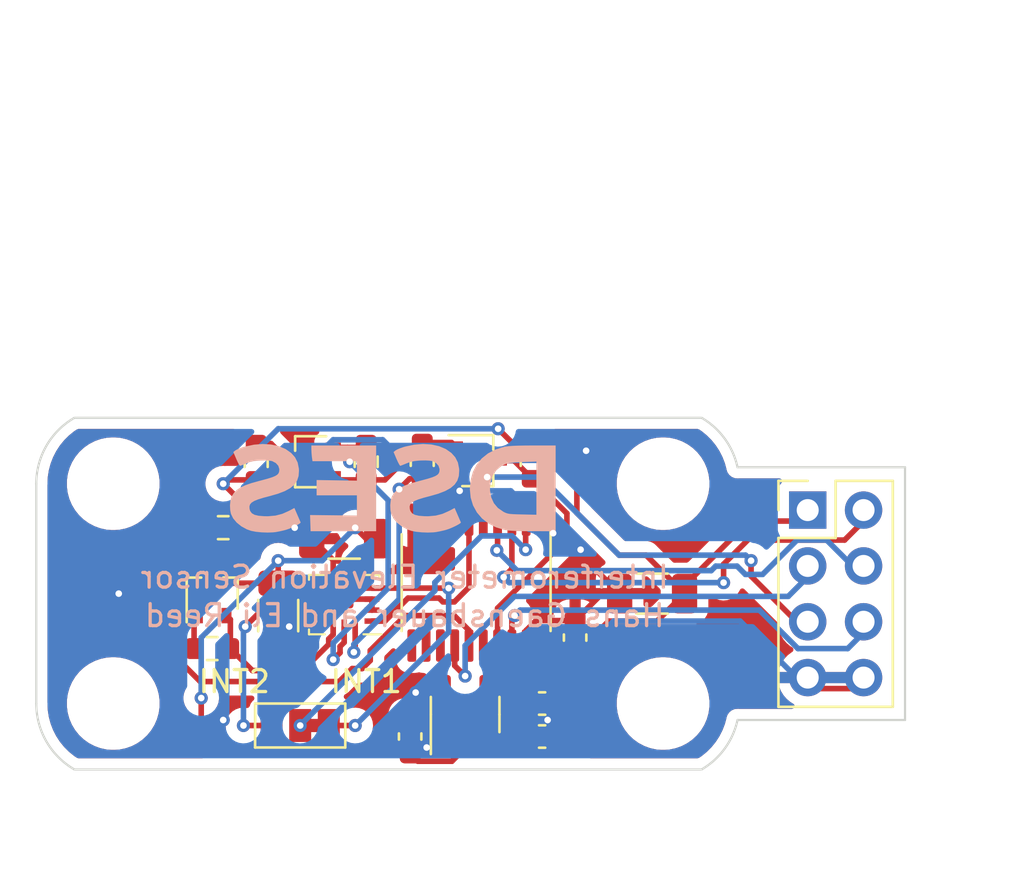
<source format=kicad_pcb>
(kicad_pcb (version 20211014) (generator pcbnew)
  (layers (0 "F.Cu" signal) (31 "B.Cu" signal) (34 "B.Paste" user) (35 "F.Paste" user) (36 "B.SilkS" user "B.Silkscreen") (37 "F.SilkS" user "F.Silkscreen") (38 "B.Mask" user) (39 "F.Mask" user) (44 "Edge.Cuts" user))
  (net 0 "")
  (net 1 "+3V3")
  (net 2 "GND")
  (net 3 "+5V")
  (net 4 "Net-(C6-Pad1)")
  (net 5 "/SDI_IN")
  (net 6 "/SDO_OUT")
  (net 7 "/CLK_IN")
  (net 8 "/~{CS}_IN")
  (net 9 "/INT_OUT")
  (net 10 "Net-(U1-Pad4)")
  (net 11 "/INT")
  (net 12 "Net-(U1-Pad9)")
  (net 13 "/SDI")
  (net 14 "/SDI_HV")
  (net 15 "/SCL")
  (net 16 "/SCL_HV")
  (net 17 "/~{CS}")
  (net 18 "/~{CS}_HV")
  (net 19 "/SDO")
  (net 25 "/CLK_HV")
  (footprint "Jumper:SolderJumper-3_P1.3mm_Bridged12_Pad1.0x1.5mm_NumberLabels" (layer "F.Cu") (at 117 122 180)
    (fp_text reference "JP1" hide)
    (fp_text value "Jumper_3_Bridged12")
    (fp_poly (pts (xy -0.9 -0.3) (xy -0.4 -0.3) (xy -0.4 0.3) (xy -0.9 0.3)) (layer "F.Cu") (width 0) (fill solid))
    (fp_line (start 2.05 -1) (end 2.05 1) (layer "F.SilkS") (width 0.12))
    (fp_line (start -2.05 -1) (end 2.05 -1) (layer "F.SilkS") (width 0.12))
    (fp_line (start 2.05 1) (end -2.05 1) (layer "F.SilkS") (width 0.12))
    (fp_line (start -2.05 1) (end -2.05 -1) (layer "F.SilkS") (width 0.12))
    (pad "1" smd rect locked (at -1.3 0 180) (size 1 1.5) (layers "F.Cu" "F.Mask") (net 10 "Net-(U1-Pad4)"))
    (pad "2" smd rect locked (at 0 0 180) (size 1 1.5) (layers "F.Cu" "F.Mask") (net 11 "/INT"))
    (pad "3" smd rect locked (at 1.3 0 180) (size 1 1.5) (layers "F.Cu" "F.Mask") (net 12 "Net-(U1-Pad9)"))
  )
  (footprint "Capacitor_SMD:C_1206_3216Metric" (layer "F.Cu") (at 119 113.5 180)
    (fp_text reference "C2" hide)
    (fp_text value "100n")
    (fp_line (start -0.711252 0.91) (end 0.711252 0.91) (layer "F.SilkS") (width 0.12))
    (fp_line (start -0.711252 -0.91) (end 0.711252 -0.91) (layer "F.SilkS") (width 0.12))
    (pad "1" smd roundrect locked (at -1.475 0 180) (size 1.15 1.8) (layers "F.Cu" "F.Paste" "F.Mask") (roundrect_rratio 0.2173913043) (net 1 "+3V3"))
    (pad "2" smd roundrect locked (at 1.475 0 180) (size 1.15 1.8) (layers "F.Cu" "F.Paste" "F.Mask") (roundrect_rratio 0.2173913043) (net 2 "GND"))
  )
  (footprint "Resistor_SMD:R_0603_1608Metric" (layer "F.Cu") (at 113 118.5)
    (fp_text reference "R5" hide)
    (fp_text value "10k")
    (fp_line (start -0.237258 -0.5225) (end 0.237258 -0.5225) (layer "F.SilkS") (width 0.12))
    (fp_line (start -0.237258 0.5225) (end 0.237258 0.5225) (layer "F.SilkS") (width 0.12))
    (pad "1" smd roundrect locked (at -0.825 0) (size 0.8 0.95) (layers "F.Cu" "F.Paste" "F.Mask") (net 1 "+3V3"))
    (pad "2" smd roundrect locked (at 0.825 0) (size 0.8 0.95) (layers "F.Cu" "F.Paste" "F.Mask") (net 17 "/~{CS}"))
  )
  (footprint "Resistor_SMD:R_0603_1608Metric" (layer "F.Cu") (at 120 110 90)
    (fp_text reference "R3" hide)
    (fp_text value "10k")
    (fp_line (start -0.237258 0.5225) (end 0.237258 0.5225) (layer "F.SilkS") (width 0.12))
    (fp_line (start -0.237258 -0.5225) (end 0.237258 -0.5225) (layer "F.SilkS") (width 0.12))
    (pad "1" smd roundrect locked (at -0.825 0 90) (size 0.8 0.95) (layers "F.Cu" "F.Paste" "F.Mask") (net 1 "+3V3"))
    (pad "2" smd roundrect locked (at 0.825 0 90) (size 0.8 0.95) (layers "F.Cu" "F.Paste" "F.Mask") (net 15 "/SCL"))
  )
  (footprint "Package_TO_SOT_SMD:SOT-323_SC-70" (layer "F.Cu") (at 125.05 109.95)
    (fp_text reference "Q1" hide)
    (fp_text value "BSS138")
    (fp_line (start 0.73 -1.16) (end 0.73 -0.5) (layer "F.SilkS") (width 0.12))
    (fp_line (start -0.68 1.16) (end 0.73 1.16) (layer "F.SilkS") (width 0.12))
    (fp_line (start 0.73 0.5) (end 0.73 1.16) (layer "F.SilkS") (width 0.12))
    (fp_line (start 0.73 -1.16) (end -1.3 -1.16) (layer "F.SilkS") (width 0.12))
    (pad "1" smd rect locked (at -1 -0.65 270) (size 0.45 0.7) (layers "F.Cu" "F.Paste" "F.Mask") (net 1 "+3V3"))
    (pad "2" smd rect locked (at -1 0.65 270) (size 0.45 0.7) (layers "F.Cu" "F.Paste" "F.Mask") (net 13 "/SDI"))
    (pad "3" smd rect locked (at 1 0 270) (size 0.45 0.7) (layers "F.Cu" "F.Paste" "F.Mask") (net 14 "/SDI_HV"))
  )
  (footprint "Resistor_SMD:R_0603_1608Metric" (layer "F.Cu") (at 115 110 90)
    (fp_text reference "R4" hide)
    (fp_text value "10k")
    (fp_line (start -0.237258 -0.5225) (end 0.237258 -0.5225) (layer "F.SilkS") (width 0.12))
    (fp_line (start -0.237258 0.5225) (end 0.237258 0.5225) (layer "F.SilkS") (width 0.12))
    (pad "1" smd roundrect locked (at -0.825 0 90) (size 0.8 0.95) (layers "F.Cu" "F.Paste" "F.Mask") (net 3 "+5V"))
    (pad "2" smd roundrect locked (at 0.825 0 90) (size 0.8 0.95) (layers "F.Cu" "F.Paste" "F.Mask") (net 16 "/SCL_HV"))
  )
  (footprint "Package_LGA:Bosch_LGA-14_3x2.5mm_P0.5mm" (layer "F.Cu") (at 119 116.5 180)
    (fp_text reference "U1" hide)
    (fp_text value "LSM6DSO32")
    (fp_line (start 0.88 -1.35) (end 1.6 -1.35) (layer "F.SilkS") (width 0.1))
    (fp_line (start 1.6 -1.35) (end 1.6 -1.13) (layer "F.SilkS") (width 0.1))
    (fp_line (start -1.6 1.35) (end -0.88 1.35) (layer "F.SilkS") (width 0.1))
    (fp_line (start 1.6 1.13) (end 1.6 1.35) (layer "F.SilkS") (width 0.1))
    (fp_line (start -1.6 1.35) (end -1.6 1.13) (layer "F.SilkS") (width 0.1))
    (fp_line (start 1.6 1.35) (end 0.88 1.35) (layer "F.SilkS") (width 0.1))
    (fp_line (start -1.7 -1.35) (end -0.88 -1.35) (layer "F.SilkS") (width 0.1))
    (pad "1" smd rect locked (at -1.2625 -0.75 180) (size 0.675 0.25) (layers "F.Cu" "F.Paste" "F.Mask") (net 19 "/SDO"))
    (pad "2" smd rect locked (at -1.2625 -0.25 180) (size 0.675 0.25) (layers "F.Cu" "F.Paste" "F.Mask") (net 2 "GND"))
    (pad "3" smd rect locked (at -1.2625 0.25 180) (size 0.675 0.25) (layers "F.Cu" "F.Paste" "F.Mask") (net 2 "GND"))
    (pad "4" smd rect locked (at -1.2625 0.75 180) (size 0.675 0.25) (layers "F.Cu" "F.Paste" "F.Mask") (net 10 "Net-(U1-Pad4)"))
    (pad "5" smd rect locked (at -0.5 1.0125 180) (size 0.25 0.675) (layers "F.Cu" "F.Paste" "F.Mask") (net 1 "+3V3"))
    (pad "6" smd rect locked (at 0 1.0125 180) (size 0.25 0.675) (layers "F.Cu" "F.Paste" "F.Mask") (net 2 "GND"))
    (pad "7" smd rect locked (at 0.5 1.0125 180) (size 0.25 0.675) (layers "F.Cu" "F.Paste" "F.Mask") (net 2 "GND"))
    (pad "8" smd rect locked (at 1.2625 0.75 180) (size 0.675 0.25) (layers "F.Cu" "F.Paste" "F.Mask") (net 1 "+3V3"))
    (pad "9" smd rect locked (at 1.2625 0.25 180) (size 0.675 0.25) (layers "F.Cu" "F.Paste" "F.Mask") (net 12 "Net-(U1-Pad9)"))
    (pad "10" smd rect locked (at 1.2625 -0.25 180) (size 0.675 0.25) (layers "F.Cu" "F.Paste" "F.Mask"))
    (pad "11" smd rect locked (at 1.2625 -0.75 180) (size 0.675 0.25) (layers "F.Cu" "F.Paste" "F.Mask"))
    (pad "12" smd rect locked (at 0.5 -1.0125 180) (size 0.25 0.675) (layers "F.Cu" "F.Paste" "F.Mask") (net 17 "/~{CS}"))
    (pad "13" smd rect locked (at 0 -1.0125 180) (size 0.25 0.675) (layers "F.Cu" "F.Paste" "F.Mask") (net 15 "/SCL"))
    (pad "14" smd rect locked (at -0.5 -1.0125 180) (size 0.25 0.675) (layers "F.Cu" "F.Paste" "F.Mask") (net 13 "/SDI"))
  )
  (footprint "Connector_PinHeader_2.54mm:PinHeader_2x04_P2.54mm_Vertical" (layer "F.Cu") (at 140.075 112.2)
    (fp_text reference "J1" hide)
    (fp_text value "Conn_02x04_Odd_Even")
    (fp_line (start 1.27 1.27) (end 1.27 -1.33) (layer "F.SilkS") (width 0.12))
    (fp_line (start -1.33 1.27) (end 1.27 1.27) (layer "F.SilkS") (width 0.12))
    (fp_line (start -1.33 8.95) (end 3.87 8.95) (layer "F.SilkS") (width 0.12))
    (fp_line (start 1.27 -1.33) (end 3.87 -1.33) (layer "F.SilkS") (width 0.12))
    (fp_line (start -1.33 1.27) (end -1.33 8.95) (layer "F.SilkS") (width 0.12))
    (fp_line (start 3.87 -1.33) (end 3.87 8.95) (layer "F.SilkS") (width 0.12))
    (fp_line (start -1.33 -1.33) (end 0 -1.33) (layer "F.SilkS") (width 0.12))
    (fp_line (start -1.33 0) (end -1.33 -1.33) (layer "F.SilkS") (width 0.12))
    (pad "1" thru_hole rect locked (at 0 0) (size 1.7 1.7) (drill 1) (layers *.Cu *.Mask) (net 3 "+5V"))
    (pad "2" thru_hole oval locked (at 2.54 0) (size 1.7 1.7) (drill 1) (layers *.Cu *.Mask) (net 5 "/SDI_IN"))
    (pad "3" thru_hole oval locked (at 0 2.54) (size 1.7 1.7) (drill 1) (layers *.Cu *.Mask) (net 6 "/SDO_OUT"))
    (pad "4" thru_hole oval locked (at 2.54 2.54) (size 1.7 1.7) (drill 1) (layers *.Cu *.Mask) (net 7 "/CLK_IN"))
    (pad "5" thru_hole oval locked (at 0 5.08) (size 1.7 1.7) (drill 1) (layers *.Cu *.Mask) (net 8 "/~{CS}_IN"))
    (pad "6" thru_hole oval locked (at 2.54 5.08) (size 1.7 1.7) (drill 1) (layers *.Cu *.Mask) (net 9 "/INT_OUT"))
    (pad "7" thru_hole oval locked (at 0 7.62) (size 1.7 1.7) (drill 1) (layers *.Cu *.Mask) (net 2 "GND"))
    (pad "8" thru_hole oval locked (at 2.54 7.62) (size 1.7 1.7) (drill 1) (layers *.Cu *.Mask) (net 2 "GND"))
  )
  (footprint "Package_SO:TSSOP-20_4.4x6.5mm_P0.65mm" (layer "F.Cu") (at 125 115.5 -90)
    (fp_text reference "U2" hide)
    (fp_text value "74HCT541")
    (fp_line (start 0 -3.385) (end 2.2 -3.385) (layer "F.SilkS") (width 0.12))
    (fp_line (start 0 -3.385) (end -3.6 -3.385) (layer "F.SilkS") (width 0.12))
    (fp_line (start 0 3.385) (end -2.2 3.385) (layer "F.SilkS") (width 0.12))
    (fp_line (start 0 3.385) (end 2.2 3.385) (layer "F.SilkS") (width 0.12))
    (pad "1" smd roundrect locked (at -2.8625 -2.925 270) (size 1.475 0.4) (layers "F.Cu" "F.Paste" "F.Mask") (net 2 "GND"))
    (pad "2" smd roundrect locked (at -2.8625 -2.275 270) (size 1.475 0.4) (layers "F.Cu" "F.Paste" "F.Mask") (net 11 "/INT"))
    (pad "3" smd roundrect locked (at -2.8625 -1.625 270) (size 1.475 0.4) (layers "F.Cu" "F.Paste" "F.Mask") (net 5 "/SDI_IN"))
    (pad "4" smd roundrect locked (at -2.8625 -0.975 270) (size 1.475 0.4) (layers "F.Cu" "F.Paste" "F.Mask") (net 7 "/CLK_IN"))
    (pad "5" smd roundrect locked (at -2.8625 -0.325 270) (size 1.475 0.4) (layers "F.Cu" "F.Paste" "F.Mask") (net 8 "/~{CS}_IN"))
    (pad "6" smd roundrect locked (at -2.8625 0.325 270) (size 1.475 0.4) (layers "F.Cu" "F.Paste" "F.Mask") (net 19 "/SDO"))
    (pad "7" smd roundrect locked (at -2.8625 0.975 270) (size 1.475 0.4) (layers "F.Cu" "F.Paste" "F.Mask") (net 2 "GND"))
    (pad "8" smd roundrect locked (at -2.8625 1.625 270) (size 1.475 0.4) (layers "F.Cu" "F.Paste" "F.Mask") (net 2 "GND"))
    (pad "9" smd roundrect locked (at -2.8625 2.275 270) (size 1.475 0.4) (layers "F.Cu" "F.Paste" "F.Mask") (net 2 "GND"))
    (pad "10" smd roundrect locked (at -2.8625 2.925 270) (size 1.475 0.4) (layers "F.Cu" "F.Paste" "F.Mask") (net 2 "GND"))
    (pad "11" smd roundrect locked (at 2.8625 2.925 270) (size 1.475 0.4) (layers "F.Cu" "F.Paste" "F.Mask"))
    (pad "12" smd roundrect locked (at 2.8625 2.275 270) (size 1.475 0.4) (layers "F.Cu" "F.Paste" "F.Mask"))
    (pad "13" smd roundrect locked (at 2.8625 1.625 270) (size 1.475 0.4) (layers "F.Cu" "F.Paste" "F.Mask"))
    (pad "14" smd roundrect locked (at 2.8625 0.975 270) (size 1.475 0.4) (layers "F.Cu" "F.Paste" "F.Mask") (net 6 "/SDO_OUT"))
    (pad "15" smd roundrect locked (at 2.8625 0.325 270) (size 1.475 0.4) (layers "F.Cu" "F.Paste" "F.Mask") (net 18 "/~{CS}_HV"))
    (pad "16" smd roundrect locked (at 2.8625 -0.325 270) (size 1.475 0.4) (layers "F.Cu" "F.Paste" "F.Mask") (net 25 "/CLK_HV"))
    (pad "17" smd roundrect locked (at 2.8625 -0.975 270) (size 1.475 0.4) (layers "F.Cu" "F.Paste" "F.Mask") (net 14 "/SDI_HV"))
    (pad "18" smd roundrect locked (at 2.8625 -1.625 270) (size 1.475 0.4) (layers "F.Cu" "F.Paste" "F.Mask") (net 9 "/INT_OUT"))
    (pad "19" smd roundrect locked (at 2.8625 -2.275 270) (size 1.475 0.4) (layers "F.Cu" "F.Paste" "F.Mask") (net 2 "GND"))
    (pad "20" smd roundrect locked (at 2.8625 -2.925 270) (size 1.475 0.4) (layers "F.Cu" "F.Paste" "F.Mask") (net 3 "+5V"))
  )
  (footprint "Capacitor_SMD:C_0603_1608Metric" (layer "F.Cu") (at 128 122.5)
    (fp_text reference "C5" hide)
    (fp_text value "1u")
    (fp_line (start -0.14058 -0.51) (end 0.14058 -0.51) (layer "F.SilkS") (width 0.12))
    (fp_line (start -0.14058 0.51) (end 0.14058 0.51) (layer "F.SilkS") (width 0.12))
    (pad "1" smd roundrect locked (at -0.775 0) (size 0.9 0.95) (layers "F.Cu" "F.Paste" "F.Mask") (net 3 "+5V"))
    (pad "2" smd roundrect locked (at 0.775 0) (size 0.9 0.95) (layers "F.Cu" "F.Paste" "F.Mask") (net 2 "GND"))
  )
  (footprint "Package_TO_SOT_SMD:SOT-323_SC-70" (layer "F.Cu") (at 113 116 90)
    (fp_text reference "Q3" hide)
    (fp_text value "BSS138")
    (fp_line (start 0.73 0.5) (end 0.73 1.16) (layer "F.SilkS") (width 0.12))
    (fp_line (start 0.73 -1.16) (end -1.3 -1.16) (layer "F.SilkS") (width 0.12))
    (fp_line (start -0.68 1.16) (end 0.73 1.16) (layer "F.SilkS") (width 0.12))
    (fp_line (start 0.73 -1.16) (end 0.73 -0.5) (layer "F.SilkS") (width 0.12))
    (pad "1" smd rect locked (at -1 -0.65) (size 0.45 0.7) (layers "F.Cu" "F.Paste" "F.Mask") (net 1 "+3V3"))
    (pad "2" smd rect locked (at -1 0.65) (size 0.45 0.7) (layers "F.Cu" "F.Paste" "F.Mask") (net 17 "/~{CS}"))
    (pad "3" smd rect locked (at 1 0) (size 0.45 0.7) (layers "F.Cu" "F.Paste" "F.Mask") (net 18 "/~{CS}_HV"))
  )
  (footprint "MountingHole:MountingHole_3.2mm_M3" (layer "F.Cu") (at 133.5 121)
    (fp_text reference "H4" hide)
    (fp_text value "MountingHole")
    (pad "" np_thru_hole circle locked (at 0 0) (size 3.2 3.2) (drill 3.2) (layers *.Cu *.Mask))
  )
  (footprint "MountingHole:MountingHole_3.2mm_M3" (layer "F.Cu") (at 108.5 111)
    (fp_text reference "H2" hide)
    (fp_text value "MountingHole")
    (pad "" np_thru_hole circle locked (at 0 0) (size 3.2 3.2) (drill 3.2) (layers *.Cu *.Mask))
  )
  (footprint "Capacitor_SMD:C_1206_3216Metric" (layer "F.Cu") (at 133 116 180)
    (fp_text reference "C3" hide)
    (fp_text value "100n")
    (fp_line (start -0.711252 -0.91) (end 0.711252 -0.91) (layer "F.SilkS") (width 0.12))
    (fp_line (start -0.711252 0.91) (end 0.711252 0.91) (layer "F.SilkS") (width 0.12))
    (pad "1" smd roundrect locked (at -1.475 0 180) (size 1.15 1.8) (layers "F.Cu" "F.Paste" "F.Mask") (roundrect_rratio 0.2173913043) (net 3 "+5V"))
    (pad "2" smd roundrect locked (at 1.475 0 180) (size 1.15 1.8) (layers "F.Cu" "F.Paste" "F.Mask") (roundrect_rratio 0.2173913043) (net 2 "GND"))
  )
  (footprint "Capacitor_SMD:C_0603_1608Metric" (layer "F.Cu") (at 129.5 118 90)
    (fp_text reference "C4" hide)
    (fp_text value "1u")
    (fp_line (start -0.14058 -0.51) (end 0.14058 -0.51) (layer "F.SilkS") (width 0.12))
    (fp_line (start -0.14058 0.51) (end 0.14058 0.51) (layer "F.SilkS") (width 0.12))
    (pad "1" smd roundrect locked (at -0.775 0 90) (size 0.9 0.95) (layers "F.Cu" "F.Paste" "F.Mask") (net 3 "+5V"))
    (pad "2" smd roundrect locked (at 0.775 0 90) (size 0.9 0.95) (layers "F.Cu" "F.Paste" "F.Mask") (net 2 "GND"))
  )
  (footprint "MountingHole:MountingHole_3.2mm_M3" (layer "F.Cu") (at 133.5 111)
    (fp_text reference "H1" hide)
    (fp_text value "MountingHole")
    (pad "" np_thru_hole circle locked (at 0 0) (size 3.2 3.2) (drill 3.2) (layers *.Cu *.Mask))
  )
  (footprint "Resistor_SMD:R_0603_1608Metric" (layer "F.Cu") (at 113.5 113 180)
    (fp_text reference "R6" hide)
    (fp_text value "10k")
    (fp_line (start -0.237258 0.5225) (end 0.237258 0.5225) (layer "F.SilkS") (width 0.12))
    (fp_line (start -0.237258 -0.5225) (end 0.237258 -0.5225) (layer "F.SilkS") (width 0.12))
    (pad "1" smd roundrect locked (at -0.825 0 180) (size 0.8 0.95) (layers "F.Cu" "F.Paste" "F.Mask") (net 3 "+5V"))
    (pad "2" smd roundrect locked (at 0.825 0 180) (size 0.8 0.95) (layers "F.Cu" "F.Paste" "F.Mask") (net 18 "/~{CS}_HV"))
  )
  (footprint "Capacitor_SMD:C_0603_1608Metric" (layer "F.Cu") (at 122 122.5 -90)
    (fp_text reference "C7" hide)
    (fp_text value "1u")
    (fp_line (start -0.14058 -0.51) (end 0.14058 -0.51) (layer "F.SilkS") (width 0.12))
    (fp_line (start -0.14058 0.51) (end 0.14058 0.51) (layer "F.SilkS") (width 0.12))
    (pad "1" smd roundrect locked (at -0.775 0 270) (size 0.9 0.95) (layers "F.Cu" "F.Paste" "F.Mask") (net 1 "+3V3"))
    (pad "2" smd roundrect locked (at 0.775 0 270) (size 0.9 0.95) (layers "F.Cu" "F.Paste" "F.Mask") (net 2 "GND"))
  )
  (footprint "Resistor_SMD:R_0603_1608Metric" (layer "F.Cu") (at 127.55 109.95 -90)
    (fp_text reference "R2" hide)
    (fp_text value "10k")
    (fp_line (start -0.237258 0.5225) (end 0.237258 0.5225) (layer "F.SilkS") (width 0.12))
    (fp_line (start -0.237258 -0.5225) (end 0.237258 -0.5225) (layer "F.SilkS") (width 0.12))
    (pad "1" smd roundrect locked (at -0.825 0 270) (size 0.8 0.95) (layers "F.Cu" "F.Paste" "F.Mask") (net 3 "+5V"))
    (pad "2" smd roundrect locked (at 0.825 0 270) (size 0.8 0.95) (layers "F.Cu" "F.Paste" "F.Mask") (net 14 "/SDI_HV"))
  )
  (footprint "Resistor_SMD:R_0603_1608Metric" (layer "F.Cu") (at 122.55 109.95 -90)
    (fp_text reference "R1" hide)
    (fp_text value "10k")
    (fp_line (start -0.237258 -0.5225) (end 0.237258 -0.5225) (layer "F.SilkS") (width 0.12))
    (fp_line (start -0.237258 0.5225) (end 0.237258 0.5225) (layer "F.SilkS") (width 0.12))
    (pad "1" smd roundrect locked (at -0.825 0 270) (size 0.8 0.95) (layers "F.Cu" "F.Paste" "F.Mask") (net 1 "+3V3"))
    (pad "2" smd roundrect locked (at 0.825 0 270) (size 0.8 0.95) (layers "F.Cu" "F.Paste" "F.Mask") (net 13 "/SDI"))
  )
  (footprint "Package_TO_SOT_SMD:SOT-323_SC-70" (layer "F.Cu") (at 117.5 110 180)
    (fp_text reference "Q2" hide)
    (fp_text value "BSS138")
    (fp_line (start -0.68 1.16) (end 0.73 1.16) (layer "F.SilkS") (width 0.12))
    (fp_line (start 0.73 0.5) (end 0.73 1.16) (layer "F.SilkS") (width 0.12))
    (fp_line (start 0.73 -1.16) (end 0.73 -0.5) (layer "F.SilkS") (width 0.12))
    (fp_line (start 0.73 -1.16) (end -1.3 -1.16) (layer "F.SilkS") (width 0.12))
    (pad "1" smd rect locked (at -1 -0.65 90) (size 0.45 0.7) (layers "F.Cu" "F.Paste" "F.Mask") (net 1 "+3V3"))
    (pad "2" smd rect locked (at -1 0.65 90) (size 0.45 0.7) (layers "F.Cu" "F.Paste" "F.Mask") (net 15 "/SCL"))
    (pad "3" smd rect locked (at 1 0 90) (size 0.45 0.7) (layers "F.Cu" "F.Paste" "F.Mask") (net 16 "/SCL_HV"))
  )
  (footprint "Package_TO_SOT_SMD:SOT-23-5" (layer "F.Cu") (at 124.5 121.5 90)
    (fp_text reference "U3" hide)
    (fp_text value "TC2015-3.3VxCTTR")
    (fp_line (start 0 1.56) (end 0.8 1.56) (layer "F.SilkS") (width 0.12))
    (fp_line (start 0 -1.56) (end -1.8 -1.56) (layer "F.SilkS") (width 0.12))
    (fp_line (start 0 -1.56) (end 0.8 -1.56) (layer "F.SilkS") (width 0.12))
    (fp_line (start 0 1.56) (end -0.8 1.56) (layer "F.SilkS") (width 0.12))
    (pad "1" smd roundrect locked (at -1.1375 -0.95 90) (size 1.325 0.6) (layers "F.Cu" "F.Paste" "F.Mask") (net 3 "+5V"))
    (pad "2" smd roundrect locked (at -1.1375 0 90) (size 1.325 0.6) (layers "F.Cu" "F.Paste" "F.Mask") (net 2 "GND"))
    (pad "3" smd roundrect locked (at -1.1375 0.95 90) (size 1.325 0.6) (layers "F.Cu" "F.Paste" "F.Mask") (net 3 "+5V"))
    (pad "4" smd roundrect locked (at 1.1375 0.95 90) (size 1.325 0.6) (layers "F.Cu" "F.Paste" "F.Mask") (net 4 "Net-(C6-Pad1)"))
    (pad "5" smd roundrect locked (at 1.1375 -0.95 90) (size 1.325 0.6) (layers "F.Cu" "F.Paste" "F.Mask") (net 1 "+3V3"))
  )
  (footprint "MountingHole:MountingHole_3.2mm_M3" (layer "F.Cu") (at 108.5 121)
    (fp_text reference "H3" hide)
    (fp_text value "MountingHole")
    (pad "" np_thru_hole circle locked (at 0 0) (size 3.2 3.2) (drill 3.2) (layers *.Cu *.Mask))
  )
  (footprint "Capacitor_SMD:C_1206_3216Metric" (layer "F.Cu") (at 116 117 -90)
    (fp_text reference "C1" hide)
    (fp_text value "100n")
    (fp_line (start -0.711252 -0.91) (end 0.711252 -0.91) (layer "F.SilkS") (width 0.12))
    (fp_line (start -0.711252 0.91) (end 0.711252 0.91) (layer "F.SilkS") (width 0.12))
    (pad "1" smd roundrect locked (at -1.475 0 270) (size 1.15 1.8) (layers "F.Cu" "F.Paste" "F.Mask") (roundrect_rratio 0.2173913043) (net 1 "+3V3"))
    (pad "2" smd roundrect locked (at 1.475 0 270) (size 1.15 1.8) (layers "F.Cu" "F.Paste" "F.Mask") (roundrect_rratio 0.2173913043) (net 2 "GND"))
  )
  (footprint "Capacitor_SMD:C_0603_1608Metric" (layer "F.Cu") (at 128 121)
    (fp_text reference "C6" hide)
    (fp_text value "10n")
    (fp_line (start -0.14058 -0.51) (end 0.14058 -0.51) (layer "F.SilkS") (width 0.12))
    (fp_line (start -0.14058 0.51) (end 0.14058 0.51) (layer "F.SilkS") (width 0.12))
    (pad "1" smd roundrect locked (at -0.775 0) (size 0.9 0.95) (layers "F.Cu" "F.Paste" "F.Mask") (net 4 "Net-(C6-Pad1)"))
    (pad "2" smd roundrect locked (at 0.775 0) (size 0.9 0.95) (layers "F.Cu" "F.Paste" "F.Mask") (net 2 "GND"))
  )
  (footprint "interferometer:dses-logo" (layer "B.Cu") (at 121.25 111.25 180)
    (fp_text reference "G1" hide)
    (fp_text value "DSES-Logo" hide)
    (fp_poly (pts (xy -0.929834 2.026273) (xy -0.518439 1.938468) (xy -0.431915 1.912855) (xy -0.283822 1.860726) (xy -0.156286 1.805121) (xy -0.08117 1.760981) (xy 0.004781 1.691382) (xy -0.130366 1.373199) (xy -0.194857 1.231444) (xy -0.251801 1.12431) (xy -0.292167 1.06809) (xy -0.301957 1.063568) (xy -0.354709 1.082313) (xy -0.458661 1.123428) (xy -0.591722 1.178167) (xy -0.597179 1.18045) (xy -0.759927 1.239924) (xy -0.922563 1.277336) (xy -1.116645 1.298837) (xy -1.239954 1.305749) (xy -1.449945 1.30901) (xy -1.62744 1.300235) (xy -1.750599 1.280616) (xy -1.761608 1.277288) (xy -1.926328 1.191477) (xy -2.038456 1.067118) (xy -2.085468 0.918832) (xy -2.086144 0.898399) (xy -2.079112 0.805223) (xy -2.052025 0.728368) (xy -1.995899 0.662733) (xy -1.90175 0.603218) (xy -1.760593 0.544722) (xy -1.563445 0.482144) (xy -1.301319 0.410383) (xy -1.163885 0.37479) (xy -0.81262 0.276656) (xy -0.531543 0.178351) (xy -0.311385 0.074575) (xy -0.142877 -0.03997) (xy -0.016747 -0.170584) (xy 0.076274 -0.322564) (xy 0.08377 -0.338402) (xy 0.135715 -0.514269) (xy 0.157 -0.730787) (xy 0.146406 -0.954624) (xy 0.112428 -1.122424) (xy 0.014156 -1.325492) (xy -0.148373 -1.518647) (xy -0.359847 -1.689009) (xy -0.604955 -1.823698) (xy -0.805634 -1.894637) (xy -1.019836 -1.936129) (xy -1.279587 -1.962457) (xy -1.551978 -1.972029) (xy -1.8041 -1.963257) (xy -1.929328 -1.94894) (xy -2.109097 -1.915284) (xy -2.300359 -1.871369) (xy -2.387165 -1.848105) (xy -2.521115 -1.802457) (xy -2.669354 -1.741169) (xy -2.814485 -1.672967) (xy -2.939114 -1.60658) (xy -3.025845 -1.550735) (xy -3.057282 -1.51416) (xy -3.056811 -1.512128) (xy -3.036828 -1.465002) (xy -2.993168 -1.36351) (xy -2.933871 -1.226318) (xy -2.908841 -1.168546) (xy -2.77207 -0.853077) (xy -2.527367 -0.983015) (xy -2.223233 -1.118855) (xy -1.916791 -1.199085) (xy -1.581657 -1.229425) (xy -1.398399 -1.227792) (xy -1.146053 -1.207529) (xy -0.961954 -1.164147) (xy -0.836919 -1.093089) (xy -0.761765 -0.989799) (xy -0.734371 -0.898314) (xy -0.726818 -0.787188) (xy -0.754562 -0.692871) (xy -0.825036 -0.610558) (xy -0.945672 -0.535444) (xy -1.123904 -0.462723) (xy -1.367163 -0.387592) (xy -1.632288 -0.317825) (xy -2.024436 -0.206099) (xy -2.342023 -0.083777) (xy -2.589878 0.053653) (xy -2.772832 0.2107) (xy -2.895713 0.391874) (xy -2.963351 0.601687) (xy -2.980577 0.844647) (xy -2.975717 0.93675) (xy -2.920983 1.215262) (xy -2.800615 1.45358) (xy -2.625294 1.649528) (xy -2.368958 1.829499) (xy -2.060878 1.958403) (xy -1.711419 2.034996) (xy -1.330949 2.058035)) (layer "B.SilkS") (width 0) (fill solid))
    (fp_poly (pts (xy -6.340047 1.989904) (xy -5.966716 1.98798) (xy -5.664052 1.982496) (xy -5.423162 1.973048) (xy -5.235151 1.959231) (xy -5.091127 1.940644) (xy -5.039693 1.930912) (xy -4.640156 1.810749) (xy -4.293711 1.632826) (xy -4.00338 1.400842) (xy -3.772185 1.118493) (xy -3.603149 0.789476) (xy -3.499293 0.417487) (xy -3.463638 0.006223) (xy -3.463636 0.00293) (xy -3.500554 -0.382586) (xy -3.608232 -0.737006) (xy -3.782057 -1.054903) (xy -4.017419 -1.330851) (xy -4.309704 -1.559425) (xy -4.6543 -1.735197) (xy -5.039693 -1.851289) (xy -5.167276 -1.87209) (xy -5.334956 -1.887943) (xy -5.551625 -1.899253) (xy -5.826179 -1.906421) (xy -6.16751 -1.909852) (xy -6.340047 -1.910281) (xy -7.365204 -1.910972) (xy -7.365204 1.259707) (xy -6.489342 1.259707) (xy -6.489342 -1.161397) (xy -5.842398 -1.14748) (xy -5.598503 -1.14153) (xy -5.418858 -1.134317) (xy -5.288091 -1.123652) (xy -5.190834 -1.107346) (xy -5.111717 -1.083209) (xy -5.03537 -1.049054) (xy -4.990907 -1.026211) (xy -4.742504 -0.854863) (xy -4.557432 -0.635872) (xy -4.437015 -0.371549) (xy -4.38258 -0.064204) (xy -4.37931 0.039812) (xy -4.412836 0.359258) (xy -4.512223 0.636604) (xy -4.675687 0.868746) (xy -4.901442 1.052582) (xy -4.990907 1.102937) (xy -5.059311 1.137052) (xy -5.121712 1.163486) (xy -5.189707 1.183686) (xy -5.274889 1.199098) (xy -5.388854 1.211169) (xy -5.543196 1.221347) (xy -5.749512 1.231078) (xy -6.019395 1.241809) (xy -6.140987 1.246449) (xy -6.489342 1.259707) (xy -7.365204 1.259707) (xy -7.365204 1.990595)) (layer "B.SilkS") (width 0) (fill solid))
    (fp_poly (pts (xy 6.355746 2.026273) (xy 6.76714 1.938468) (xy 6.853665 1.912855) (xy 7.001758 1.860726) (xy 7.129294 1.805121) (xy 7.20441 1.760981) (xy 7.290361 1.691382) (xy 7.155214 1.373199) (xy 7.090723 1.231444) (xy 7.033779 1.12431) (xy 6.993413 1.06809) (xy 6.983623 1.063568) (xy 6.930871 1.082313) (xy 6.826919 1.123428) (xy 6.693858 1.178167) (xy 6.688401 1.18045) (xy 6.525653 1.239924) (xy 6.363017 1.277336) (xy 6.168935 1.298837) (xy 6.045626 1.305749) (xy 5.835635 1.30901) (xy 5.658139 1.300235) (xy 5.534981 1.280616) (xy 5.523972 1.277288) (xy 5.359252 1.191477) (xy 5.247124 1.067118) (xy 5.200112 0.918832) (xy 5.199436 0.898399) (xy 5.206468 0.805223) (xy 5.233555 0.728368) (xy 5.289681 0.662733) (xy 5.38383 0.603218) (xy 5.524987 0.544722) (xy 5.722135 0.482144) (xy 5.98426 0.410383) (xy 6.121695 0.37479) (xy 6.47296 0.276656) (xy 6.754037 0.178351) (xy 6.974195 0.074575) (xy 7.142703 -0.03997) (xy 7.268833 -0.170584) (xy 7.361854 -0.322564) (xy 7.36935 -0.338402) (xy 7.421295 -0.514269) (xy 7.44258 -0.730787) (xy 7.431986 -0.954624) (xy 7.398008 -1.122424) (xy 7.299736 -1.325492) (xy 7.137207 -1.518647) (xy 6.925733 -1.689009) (xy 6.680625 -1.823698) (xy 6.479946 -1.894637) (xy 6.265744 -1.936129) (xy 6.005993 -1.962457) (xy 5.733602 -1.972029) (xy 5.48148 -1.963257) (xy 5.356252 -1.94894) (xy 5.176483 -1.915284) (xy 4.985221 -1.871369) (xy 4.898415 -1.848105) (xy 4.764465 -1.802457) (xy 4.616226 -1.741169) (xy 4.471095 -1.672967) (xy 4.346465 -1.60658) (xy 4.259735 -1.550735) (xy 4.228298 -1.51416) (xy 4.228769 -1.512128) (xy 4.248752 -1.465002) (xy 4.292412 -1.36351) (xy 4.351709 -1.226318) (xy 4.376739 -1.168546) (xy 4.51351 -0.853077) (xy 4.758213 -0.983015) (xy 5.062347 -1.118855) (xy 5.368789 -1.199085) (xy 5.703923 -1.229425) (xy 5.887181 -1.227792) (xy 6.139527 -1.207529) (xy 6.323626 -1.164147) (xy 6.448661 -1.093089) (xy 6.523814 -0.989799) (xy 6.551209 -0.898314) (xy 6.558762 -0.787188) (xy 6.531018 -0.692871) (xy 6.460544 -0.610558) (xy 6.339908 -0.535444) (xy 6.161676 -0.462723) (xy 5.918417 -0.387592) (xy 5.653292 -0.317825) (xy 5.261144 -0.206099) (xy 4.943557 -0.083777) (xy 4.695702 0.053653) (xy 4.512748 0.2107) (xy 4.389867 0.391874) (xy 4.322229 0.601687) (xy 4.305003 0.844647) (xy 4.309863 0.93675) (xy 4.364597 1.215262) (xy 4.484965 1.45358) (xy 4.660286 1.649528) (xy 4.916622 1.829499) (xy 5.224702 1.958403) (xy 5.574161 2.034996) (xy 5.954631 2.058035)) (layer "B.SilkS") (width 0) (fill solid))
    (fp_poly (pts (xy 3.74232 1.816998) (xy 3.736309 1.661164) (xy 3.721421 1.493592) (xy 3.717002 1.458691) (xy 3.691685 1.273981) (xy 1.6721 1.273981) (xy 1.6721 0.389602) (xy 2.587776 0.403813) (xy 3.503452 0.418025) (xy 3.50345 0.06967) (xy 3.503448 -0.278684) (xy 1.6721 -0.278684) (xy 1.6721 -1.196856) (xy 3.802038 -1.174452) (xy 3.776668 -1.910972) (xy 0.796238 -1.910972) (xy 0.796238 1.990595) (xy 3.74232 1.990595)) (layer "B.SilkS") (width 0) (fill solid))
  )
  (gr_line (start 106.736451 124) (end 135.249999 123.999998) (layer "Edge.Cuts") (width 0.1))
  (gr_arc (start 106.736451 124) (mid 105.465418 122.733152) (end 105 121) (layer "Edge.Cuts") (width 0.1))
  (gr_arc (start 105 111) (mid 105.465418 109.266848) (end 106.736451 108) (layer "Edge.Cuts") (width 0.1))
  (gr_line (start 144.5 110.25) (end 136.884167 110.25) (layer "Edge.Cuts") (width 0.1))
  (gr_line (start 105 111) (end 105 121) (layer "Edge.Cuts") (width 0.1))
  (gr_line (start 135.249999 108.000001) (end 106.736451 108) (layer "Edge.Cuts") (width 0.1))
  (gr_line (start 144.5 121.75) (end 136.884167 121.75) (layer "Edge.Cuts") (width 0.1))
  (gr_arc (start 135.249999 108.000002) (mid 136.303672 108.953167) (end 136.884167 110.25) (layer "Edge.Cuts") (width 0.1))
  (gr_arc (start 136.884167 121.75) (mid 136.303672 123.046833) (end 135.249999 123.999998) (layer "Edge.Cuts") (width 0.1))
  (gr_line (start 144.5 110.25) (end 144.5 121.75) (layer "Edge.Cuts") (width 0.1))
  (gr_text "Interferometer Elevation Sensor" (at 121.75 115.25) (layer "B.SilkS") (effects (font (size 1 1)) (justify mirror)))
  (gr_text "Hans Gaensbauer and Eli Reed" (at 121.75 117) (layer "B.SilkS") (effects (font (size 1 1)) (justify mirror)))
  (gr_text "INT1" (at 120 120) (layer "F.SilkS") (effects (font (size 1 1))))
  (gr_text "INT2" (at 114 120) (layer "F.SilkS") (effects (font (size 1 1))))
  (segment (start 118.675 110.825) (end 118.5 110.65) (width 0.254) (layer "F.Cu") (net 1))
  (segment (start 122 121.725) (end 120.475 123.25) (width 0.254) (layer "F.Cu") (net 1))
  (segment (start 120 110.825) (end 120 113.025) (width 0.254) (layer "F.Cu") (net 1))
  (segment (start 120 110.825) (end 120.85 110.825) (width 0.254) (layer "F.Cu") (net 1))
  (segment (start 112.175 117.175) (end 112.35 117) (width 0.254) (layer "F.Cu") (net 1))
  (segment (start 120 113.5) (end 119.5 113) (width 0.254) (layer "F.Cu") (net 1))
  (segment (start 116 114.5) (end 116 115.525) (width 0.254) (layer "F.Cu") (net 1))
  (segment (start 112.5 122.25) (end 112.5 120.75) (width 0.254) (layer "F.Cu") (net 1))
  (segment (start 116.225 115.75) (end 116 115.525) (width 0.254) (layer "F.Cu") (net 1))
  (segment (start 119.5 114.475) (end 120.475 113.5) (width 0.254) (layer "F.Cu") (net 1))
  (segment (start 112.175 118.5) (end 112.175 117.175) (width 0.254) (layer "F.Cu") (net 1))
  (segment (start 122.55 109.125) (end 123.875 109.125) (width 0.254) (layer "F.Cu") (net 1))
  (segment (start 120 113.025) (end 120.475 113.5) (width 0.254) (layer "F.Cu") (net 1))
  (segment (start 113.5 123.25) (end 112.5 122.25) (width 0.254) (layer "F.Cu") (net 1))
  (segment (start 120.475 123.25) (end 113.5 123.25) (width 0.254) (layer "F.Cu") (net 1))
  (segment (start 120 110.825) (end 118.675 110.825) (width 0.254) (layer "F.Cu") (net 1))
  (segment (start 117.7375 115.75) (end 116.225 115.75) (width 0.254) (layer "F.Cu") (net 1))
  (segment (start 122.1875 121.725) (end 123.55 120.3625) (width 0.254) (layer "F.Cu") (net 1))
  (segment (start 120.85 110.825) (end 122.55 109.125) (width 0.254) (layer "F.Cu") (net 1))
  (segment (start 119.5 115.4875) (end 119.5 114.475) (width 0.254) (layer "F.Cu") (net 1))
  (segment (start 116 115.525) (end 113.825 115.525) (width 0.254) (layer "F.Cu") (net 1))
  (segment (start 120.475 113.5) (end 120 113.5) (width 0.254) (layer "F.Cu") (net 1))
  (segment (start 113.825 115.525) (end 112.35 117) (width 0.254) (layer "F.Cu") (net 1))
  (segment (start 122 121.725) (end 122.1875 121.725) (width 0.254) (layer "F.Cu") (net 1))
  (segment (start 123.875 109.125) (end 124.05 109.3) (width 0.254) (layer "F.Cu") (net 1))
  (via (at 119.5 113) (size 0.6) (drill 0.3) (layers "F.Cu" "B.Cu") (net 1))
  (via (at 116 114.5) (size 0.6) (drill 0.3) (layers "F.Cu" "B.Cu") (net 1))
  (via (at 112.5 120.75) (size 0.6) (drill 0.3) (layers "F.Cu" "B.Cu") (net 1))
  (segment (start 119.5 113) (end 118 114.5) (width 0.254) (layer "B.Cu") (net 1))
  (segment (start 112.5 118) (end 116 114.5) (width 0.254) (layer "B.Cu") (net 1))
  (segment (start 118 114.5) (end 116 114.5) (width 0.254) (layer "B.Cu") (net 1))
  (segment (start 112.5 120.75) (end 112.5 118) (width 0.254) (layer "B.Cu") (net 1))
  (segment (start 122.275 123) (end 122 123.275) (width 0.254) (layer "F.Cu") (net 2))
  (segment (start 130.725 116) (end 129.5 117.225) (width 0.254) (layer "F.Cu") (net 2))
  (segment (start 131.525 116) (end 129.75 114.225) (width 0.254) (layer "F.Cu") (net 2))
  (segment (start 120.2625 116.75) (end 120.2625 116.25) (width 0.254) (layer "F.Cu") (net 2))
  (segment (start 118.5 114.475) (end 117.525 113.5) (width 0.254) (layer "F.Cu") (net 2))
  (segment (start 122.35152 123.62652) (end 122 123.275) (width 0.254) (layer "F.Cu") (net 2))
  (segment (start 128.775 122.5) (end 128.775 122.275) (width 0.254) (layer "F.Cu") (net 2))
  (segment (start 129.5 117.225) (end 127.72181 117.225) (width 0.254) (layer "F.Cu") (net 2))
  (segment (start 119 115.4875) (end 118.5 115.4875) (width 0.254) (layer "F.Cu") (net 2))
  (segment (start 116.75 113) (end 117.025 113) (width 0.254) (layer "F.Cu") (net 2))
  (segment (start 131.525 116) (end 130.725 116) (width 0.254) (layer "F.Cu") (net 2))
  (segment (start 122.075 112.6375) (end 124.025 112.6375) (width 0.254) (layer "F.Cu") (net 2))
  (segment (start 127.275 119.5) (end 127.275 118.3625) (width 0.254) (layer "F.Cu") (net 2))
  (segment (start 127.925 112.6375) (end 127.925 112.675) (width 0.254) (layer "F.Cu") (net 2))
  (segment (start 129.75 114.225) (end 129.75 114) (width 0.254) (layer "F.Cu") (net 2))
  (segment (start 116 118) (end 116.5 117.5) (width 0.254) (layer "F.Cu") (net 2))
  (segment (start 127.925 112.675) (end 128.5 113.25) (width 0.254) (layer "F.Cu") (net 2))
  (segment (start 124.5 122.6375) (end 124.5 123.023901) (width 0.254) (layer "F.Cu") (net 2))
  (segment (start 124.025 111.549502) (end 124.25 111.324502) (width 0.254) (layer "F.Cu") (net 2))
  (segment (start 119.146978 116.25) (end 119 116.103022) (width 0.254) (layer "F.Cu") (net 2))
  (segment (start 142.615 120.32) (end 140.075 120.32) (width 0.254) (layer "F.Cu") (net 2))
  (segment (start 120.2625 116.25) (end 119.146978 116.25) (width 0.254) (layer "F.Cu") (net 2))
  (segment (start 116 118.475) (end 116 118) (width 0.254) (layer "F.Cu") (net 2))
  (segment (start 117.025 113) (end 117.525 113.5) (width 0.254) (layer "F.Cu") (net 2))
  (segment (start 128.775 121) (end 127.275 119.5) (width 0.254) (layer "F.Cu") (net 2))
  (segment (start 128.775 122.5) (end 128.775 121) (width 0.254) (layer "F.Cu") (net 2))
  (segment (start 122.75 123) (end 122.275 123) (width 0.254) (layer "F.Cu") (net 2))
  (segment (start 118.5 115.4875) (end 118.5 114.475) (width 0.254) (layer "F.Cu") (net 2))
  (segment (start 128.775 122.275) (end 128.25 121.75) (width 0.254) (layer "F.Cu") (net 2))
  (segment (start 119 116.103022) (end 119 115.4875) (width 0.254) (layer "F.Cu") (net 2))
  (segment (start 127.72181 117.225) (end 127.275 117.67181) (width 0.254) (layer "F.Cu") (net 2))
  (segment (start 123.897381 123.62652) (end 122.35152 123.62652) (width 0.254) (layer "F.Cu") (net 2))
  (segment (start 124.025 112.6375) (end 124.025 111.549502) (width 0.254) (layer "F.Cu") (net 2))
  (segment (start 124.5 123.023901) (end 123.897381 123.62652) (width 0.254) (layer "F.Cu") (net 2))
  (segment (start 127.275 117.67181) (end 127.275 118.3625) (width 0.254) (layer "F.Cu") (net 2))
  (via (at 128.5 113.25) (size 0.6) (drill 0.3) (layers "F.Cu" "B.Cu") (net 2))
  (via (at 122.75 123) (size 0.6) (drill 0.3) (layers "F.Cu" "B.Cu") (net 2))
  (via (at 130 109.5) (size 0.6) (drill 0.3) (layers "F.Cu" "B.Cu") (net 2))
  (via (at 113.5 121.75) (size 0.6) (drill 0.3) (layers "F.Cu" "B.Cu") (net 2))
  (via (at 124.25 111.324502) (size 0.6) (drill 0.3) (layers "F.Cu" "B.Cu") (net 2))
  (via (at 129.75 114) (size 0.6) (drill 0.3) (layers "F.Cu" "B.Cu") (net 2))
  (via (at 108.75 116) (size 0.6) (drill 0.3) (layers "F.Cu" "B.Cu") (net 2))
  (via (at 116.75 113) (size 0.6) (drill 0.3) (layers "F.Cu" "B.Cu") (net 2))
  (via (at 128.25 121.75) (size 0.6) (drill 0.3) (layers "F.Cu" "B.Cu") (net 2))
  (via (at 122.25 120.5) (size 0.6) (drill 0.3) (layers "F.Cu" "B.Cu") (net 2))
  (via (at 116.5 117.5) (size 0.6) (drill 0.3) (layers "F.Cu" "B.Cu") (net 2))
  (segment (start 115.533489 122.487328) (end 116.222672 123.176511) (width 0.254) (layer "B.Cu") (net 2))
  (segment (start 124.25 111.324502) (end 123.824502 111.324502) (width 0.254) (layer "B.Cu") (net 2))
  (segment (start 128.25 121.75) (end 124 121.75) (width 0.254) (layer "B.Cu") (net 2))
  (segment (start 137.005 117.25) (end 140.075 120.32) (width 0.254) (layer "B.Cu") (net 2))
  (segment (start 120.75 109) (end 118.5 109) (width 0.254) (layer "B.Cu") (net 2))
  (segment (start 115.25 118.75) (end 115.25 121.5) (width 0.254) (layer "B.Cu") (net 2))
  (segment (start 118.5 109) (end 116.75 110.75) (width 0.254) (layer "B.Cu") (net 2))
  (segment (start 129.75 118.75) (end 131.25 117.25) (width 0.254) (layer "B.Cu") (net 2))
  (segment (start 116.75 110.75) (end 116.75 113) (width 0.254) (layer "B.Cu") (net 2))
  (segment (start 123.824502 111.324502) (end 123.074502 111.324502) (width 0.254) (layer "B.Cu") (net 2))
  (segment (start 116.5 117.5) (end 115.25 118.75) (width 0.254) (layer "B.Cu") (net 2))
  (segment (start 115.533489 121.783489) (end 115.533489 122.487328) (width 0.254) (layer "B.Cu") (net 2))
  (segment (start 122.573489 123.176511) (end 122.75 123) (width 0.254) (layer "B.Cu") (net 2))
  (segment (start 128.5 113.25) (end 126.574502 111.324502) (width 0.254) (layer "B.Cu") (net 2))
  (segment (start 115.25 121.5) (end 115.533489 121.783489) (width 0.254) (layer "B.Cu") (net 2))
  (segment (start 129.25 114) (end 128.5 113.25) (width 0.254) (layer "B.Cu") (net 2))
  (segment (start 129.75 114) (end 129.25 114) (width 0.254) (layer "B.Cu") (net 2))
  (segment (start 131.25 117.25) (end 137.005 117.25) (width 0.254) (layer "B.Cu") (net 2))
  (segment (start 126.574502 111.324502) (end 124.25 111.324502) (width 0.254) (layer "B.Cu") (net 2))
  (segment (start 116.222672 123.176511) (end 122.573489 123.176511) (width 0.254) (layer "B.Cu") (net 2))
  (segment (start 123.074502 111.324502) (end 120.75 109) (width 0.254) (layer "B.Cu") (net 2))
  (segment (start 128.25 121.75) (end 129.75 120.25) (width 0.254) (layer "B.Cu") (net 2))
  (segment (start 124 121.75) (end 122.75 123) (width 0.254) (layer "B.Cu") (net 2))
  (segment (start 129.75 120.25) (end 129.75 118.75) (width 0.254) (layer "B.Cu") (net 2))
  (segment (start 125.5875 122.5) (end 125.45 122.6375) (width 0.254) (layer "F.Cu") (net 3))
  (segment (start 129.55152 118.82652) (end 129.55152 122.978447) (width 0.254) (layer "F.Cu") (net 3))
  (segment (start 127.225 122.5) (end 125.5875 122.5) (width 0.254) (layer "F.Cu") (net 3))
  (segment (start 125.45 122.251099) (end 125.45 122.6375) (width 0.254) (layer "F.Cu") (net 3))
  (segment (start 137.408639 112.7) (end 134.475 115.633639) (width 0.254) (layer "F.Cu") (net 3))
  (segment (start 128.02652 123.30152) (end 127.225 122.5) (width 0.254) (layer "F.Cu") (net 3))
  (segment (start 129.580021 112.330021) (end 129.580021 111.155021) (width 0.254) (layer "F.Cu") (net 3))
  (segment (start 124.301099 121.5) (end 124.698901 121.5) (width 0.254) (layer "F.Cu") (net 3))
  (segment (start 129.580021 111.155021) (end 127.55 109.125) (width 0.254) (layer "F.Cu") (net 3))
  (segment (start 129.5 118.775) (end 129.55152 118.82652) (width 0.254) (layer "F.Cu") (net 3))
  (segment (start 134.475 115.633639) (end 134.475 116) (width 0.254) (layer "F.Cu") (net 3))
  (segment (start 128.3375 118.775) (end 127.925 118.3625) (width 0.254) (layer "F.Cu") (net 3))
  (segment (start 127.55 109.125) (end 126.625 109.125) (width 0.254) (layer "F.Cu") (net 3))
  (segment (start 123.55 122.251099) (end 124.301099 121.5) (width 0.254) (layer "F.Cu") (net 3))
  (segment (start 114.325 111.825) (end 113.5 111) (width 0.254) (layer "F.Cu") (net 3))
  (segment (start 134.475 116) (end 133.225 117.25) (width 0.254) (layer "F.Cu") (net 3))
  (segment (start 140.075 112.7) (end 137.408639 112.7) (width 0.254) (layer "F.Cu") (net 3))
  (segment (start 123.55 122.6375) (end 123.55 122.251099) (width 0.254) (layer "F.Cu") (net 3))
  (segment (start 129.55152 122.978447) (end 129.228447 123.30152) (width 0.254) (layer "F.Cu") (net 3))
  (segment (start 133.225 117.25) (end 131.025 117.25) (width 0.254) (layer "F.Cu") (net 3))
  (segment (start 129.5 118.775) (end 128.3375 118.775) (width 0.254) (layer "F.Cu") (net 3))
  (segment (start 115 110.825) (end 113.675 110.825) (width 0.254) (layer "F.Cu") (net 3))
  (segment (start 114.325 113) (end 114.325 111.825) (width 0.254) (layer "F.Cu") (net 3))
  (segment (start 113.675 110.825) (end 113.5 111) (width 0.254) (layer "F.Cu") (net 3))
  (segment (start 134.475 116) (end 132.725 114.25) (width 0.254) (layer "F.Cu") (net 3))
  (segment (start 131.5 114.25) (end 129.580021 112.330021) (width 0.254) (layer "F.Cu") (net 3))
  (segment (start 132.725 114.25) (end 131.5 114.25) (width 0.254) (layer "F.Cu") (net 3))
  (segment (start 124.698901 121.5) (end 125.45 122.251099) (width 0.254) (layer "F.Cu") (net 3))
  (segment (start 126.625 109.125) (end 126 108.5) (width 0.254) (layer "F.Cu") (net 3))
  (segment (start 131.025 117.25) (end 129.5 118.775) (width 0.254) (layer "F.Cu") (net 3))
  (segment (start 129.228447 123.30152) (end 128.02652 123.30152) (width 0.254) (layer "F.Cu") (net 3))
  (via (at 113.5 111) (size 0.6) (drill 0.3) (layers "F.Cu" "B.Cu") (net 3))
  (via (at 126 108.5) (size 0.6) (drill 0.3) (layers "F.Cu" "B.Cu") (net 3))
  (segment (start 116 108.5) (end 113.5 111) (width 0.254) (layer "B.Cu") (net 3))
  (segment (start 126 108.5) (end 116 108.5) (width 0.254) (layer "B.Cu") (net 3))
  (segment (start 125.45 120.3625) (end 126.5875 120.3625) (width 0.254) (layer "F.Cu") (net 4))
  (segment (start 126.5875 120.3625) (end 127.225 121) (width 0.254) (layer "F.Cu") (net 4))
  (segment (start 126.625 112.6375) (end 126.625 114.875) (width 0.254) (layer "F.Cu") (net 5))
  (segment (start 138.585467 113.563489) (end 138.442259 113.420281) (width 0.254) (layer "F.Cu") (net 5))
  (segment (start 126.625 114.875) (end 126.25 115.25) (width 0.254) (layer "F.Cu") (net 5))
  (segment (start 141.751511 113.563489) (end 138.585467 113.563489) (width 0.254) (layer "F.Cu") (net 5))
  (segment (start 138.442259 113.420281) (end 137.490494 113.420281) (width 0.254) (layer "F.Cu") (net 5))
  (segment (start 136.25 114.660775) (end 136.25 115.5) (width 0.254) (layer "F.Cu") (net 5))
  (segment (start 137.490494 113.420281) (end 136.25 114.660775) (width 0.254) (layer "F.Cu") (net 5))
  (segment (start 142.615 112.7) (end 141.751511 113.563489) (width 0.254) (layer "F.Cu") (net 5))
  (via (at 126.25 115.25) (size 0.6) (drill 0.3) (layers "F.Cu" "B.Cu") (net 5))
  (via (at 136.25 115.5) (size 0.6) (drill 0.3) (layers "F.Cu" "B.Cu") (net 5))
  (segment (start 126.25 115.25) (end 126.5 115.5) (width 0.254) (layer "B.Cu") (net 5))
  (segment (start 126.5 115.5) (end 136.25 115.5) (width 0.254) (layer "B.Cu") (net 5))
  (segment (start 124.025 118.3625) (end 124.025 119.275) (width 0.254) (layer "F.Cu") (net 6))
  (segment (start 124.025 119.275) (end 124.5 119.75) (width 0.254) (layer "F.Cu") (net 6))
  (via (at 124.5 119.75) (size 0.6) (drill 0.3) (layers "F.Cu" "B.Cu") (net 6))
  (segment (start 124.5 119.75) (end 124.5 118.363993) (width 0.254) (layer "B.Cu") (net 6))
  (segment (start 126.737492 116.126501) (end 139.188499 116.126501) (width 0.254) (layer "B.Cu") (net 6))
  (segment (start 139.188499 116.126501) (end 140.075 115.24) (width 0.254) (layer "B.Cu") (net 6))
  (segment (start 124.5 118.363993) (end 126.737492 116.126501) (width 0.254) (layer "B.Cu") (net 6))
  (segment (start 125.975 112.6375) (end 125.975 113.99482) (width 0.254) (layer "F.Cu") (net 7))
  (segment (start 125.975 113.99482) (end 125.93964 114.03018) (width 0.254) (layer "F.Cu") (net 7))
  (via (at 125.93964 114.03018) (size 0.6) (drill 0.3) (layers "F.Cu" "B.Cu") (net 7))
  (segment (start 140.938489 113.563489) (end 139.587672 113.563489) (width 0.254) (layer "B.Cu") (net 7))
  (segment (start 138.02466 115.126501) (end 137.240494 115.126501) (width 0.254) (layer "B.Cu") (net 7))
  (segment (start 142.615 115.24) (end 140.938489 113.563489) (width 0.254) (layer "B.Cu") (net 7))
  (segment (start 136.863993 114.75) (end 135.891361 114.75) (width 0.254) (layer "B.Cu") (net 7))
  (segment (start 139.587672 113.563489) (end 138.02466 115.126501) (width 0.254) (layer "B.Cu") (net 7))
  (segment (start 135.891361 114.75) (end 135.68785 114.953511) (width 0.254) (layer "B.Cu") (net 7))
  (segment (start 135.68785 114.953511) (end 126.862971 114.953511) (width 0.254) (layer "B.Cu") (net 7))
  (segment (start 137.240494 115.126501) (end 136.863993 114.75) (width 0.254) (layer "B.Cu") (net 7))
  (segment (start 126.862971 114.953511) (end 125.93964 114.03018) (width 0.254) (layer "B.Cu") (net 7))
  (segment (start 140.075 117.78) (end 137.5 115.205) (width 0.254) (layer "F.Cu") (net 8))
  (segment (start 137.5 115.205) (end 137.5 114.5) (width 0.254) (layer "F.Cu") (net 8))
  (segment (start 125.325 110.873002) (end 125.5 110.698002) (width 0.254) (layer "F.Cu") (net 8))
  (segment (start 125.325 112.6375) (end 125.325 110.873002) (width 0.254) (layer "F.Cu") (net 8))
  (via (at 125.5 110.698002) (size 0.6) (drill 0.3) (layers "F.Cu" "B.Cu") (net 8))
  (via (at 137.5 114.5) (size 0.6) (drill 0.3) (layers "F.Cu" "B.Cu") (net 8))
  (segment (start 131.5 114.25) (end 137.25 114.25) (width 0.254) (layer "B.Cu") (net 8))
  (segment (start 125.5 110.698002) (end 127.948002 110.698002) (width 0.254) (layer "B.Cu") (net 8))
  (segment (start 137.25 114.25) (end 137.5 114.5) (width 0.254) (layer "B.Cu") (net 8))
  (segment (start 127.948002 110.698002) (end 131.5 114.25) (width 0.254) (layer "B.Cu") (net 8))
  (segment (start 126.625 117.125) (end 126.625 118.3625) (width 0.254) (layer "F.Cu") (net 9))
  (segment (start 126.75 117) (end 126.625 117.125) (width 0.254) (layer "F.Cu") (net 9))
  (via (at 126.75 117) (size 0.6) (drill 0.3) (layers "F.Cu" "B.Cu") (net 9))
  (segment (start 142.615 117.78) (end 141.895 118.5) (width 0.254) (layer "B.Cu") (net 9))
  (segment (start 139.631161 118.5) (end 137.881161 116.75) (width 0.254) (layer "B.Cu") (net 9))
  (segment (start 141.895 118.5) (end 139.631161 118.5) (width 0.254) (layer "B.Cu") (net 9))
  (segment (start 127 116.75) (end 126.75 117) (width 0.254) (layer "B.Cu") (net 9))
  (segment (start 137.881161 116.75) (end 127 116.75) (width 0.254) (layer "B.Cu") (net 9))
  (segment (start 118.3 122) (end 119.5 122) (width 0.254) (layer "F.Cu") (net 10))
  (segment (start 120.2625 115.75) (end 123.75 115.75) (width 0.254) (layer "F.Cu") (net 10))
  (via (at 119.5 122) (size 0.6) (drill 0.3) (layers "F.Cu" "B.Cu") (net 10))
  (via (at 123.75 115.75) (size 0.6) (drill 0.3) (layers "F.Cu" "B.Cu") (net 10))
  (segment (start 123.75 115.75) (end 123.75 117.75) (width 0.254) (layer "B.Cu") (net 10))
  (segment (start 123.75 117.75) (end 119.5 122) (width 0.254) (layer "B.Cu") (net 10))
  (segment (start 127.275 112.6375) (end 127.2515 112.661) (width 0.254) (layer "F.Cu") (net 11))
  (segment (start 127.2515 112.661) (end 127.2515 114) (width 0.254) (layer "F.Cu") (net 11))
  (via (at 127.2515 114) (size 0.6) (drill 0.3) (layers "F.Cu" "B.Cu") (net 11))
  (via (at 117 122) (size 0.6) (drill 0.3) (layers "F.Cu" "B.Cu") (net 11))
  (segment (start 127.2515 114) (end 126.624999 113.373499) (width 0.254) (layer "B.Cu") (net 11))
  (segment (start 123.123499 115.865561) (end 116.98906 122) (width 0.254) (layer "B.Cu") (net 11))
  (segment (start 123.123499 115.490494) (end 123.123499 115.865561) (width 0.254) (layer "B.Cu") (net 11))
  (segment (start 116.98906 122) (end 117 122) (width 0.254) (layer "B.Cu") (net 11))
  (segment (start 126.624999 113.373499) (end 125.240494 113.373499) (width 0.254) (layer "B.Cu") (net 11))
  (segment (start 125.240494 113.373499) (end 123.123499 115.490494) (width 0.254) (layer "B.Cu") (net 11))
  (segment (start 117.065322 116.25) (end 116.441823 116.873499) (width 0.254) (layer "F.Cu") (net 12))
  (segment (start 115.126501 116.873499) (end 114.5 117.5) (width 0.254) (layer "F.Cu") (net 12))
  (segment (start 116.441823 116.873499) (end 115.126501 116.873499) (width 0.254) (layer "F.Cu") (net 12))
  (segment (start 115.7 122) (end 114.42 122) (width 0.254) (layer "F.Cu") (net 12))
  (segment (start 117.7375 116.25) (end 117.065322 116.25) (width 0.254) (layer "F.Cu") (net 12))
  (via (at 114.42 122) (size 0.6) (drill 0.3) (layers "F.Cu" "B.Cu") (net 12))
  (via (at 114.5 117.5) (size 0.6) (drill 0.3) (layers "F.Cu" "B.Cu") (net 12))
  (segment (start 114.5 117.5) (end 114.42 117.58) (width 0.254) (layer "B.Cu") (net 12))
  (segment (start 114.42 117.58) (end 114.42 122) (width 0.254) (layer "B.Cu") (net 12))
  (segment (start 119.5 117.5125) (end 119.5 118.603055) (width 0.254) (layer "F.Cu") (net 13))
  (segment (start 123.875 110.775) (end 124.05 110.6) (width 0.254) (layer "F.Cu") (net 13))
  (segment (start 121.975 110.775) (end 121.5 111.25) (width 0.254) (layer "F.Cu") (net 13))
  (segment (start 122.55 110.775) (end 123.875 110.775) (width 0.254) (layer "F.Cu") (net 13))
  (segment (start 122.55 110.775) (end 121.975 110.775) (width 0.254) (layer "F.Cu") (net 13))
  (segment (start 119.5 118.603055) (end 119.439233 118.663822) (width 0.254) (layer "F.Cu") (net 13))
  (via (at 121.5 111.25) (size 0.6) (drill 0.3) (layers "F.Cu" "B.Cu") (net 13))
  (via (at 119.439233 118.663822) (size 0.6) (drill 0.3) (layers "F.Cu" "B.Cu") (net 13))
  (segment (start 121.5 116.25) (end 119.439233 118.310767) (width 0.254) (layer "B.Cu") (net 13))
  (segment (start 121.5 111.25) (end 121.5 116.25) (width 0.254) (layer "B.Cu") (net 13))
  (segment (start 119.439233 118.310767) (end 119.439233 118.663822) (width 0.254) (layer "B.Cu") (net 13))
  (segment (start 125.975 116.661007) (end 129.126501 113.509506) (width 0.254) (layer "F.Cu") (net 14))
  (segment (start 126.05 109.95) (end 126.725 109.95) (width 0.254) (layer "F.Cu") (net 14))
  (segment (start 126.725 109.95) (end 127.55 110.775) (width 0.254) (layer "F.Cu") (net 14))
  (segment (start 129.126501 113.509506) (end 129.126501 112.351501) (width 0.254) (layer "F.Cu") (net 14))
  (segment (start 129.126501 112.351501) (end 127.55 110.775) (width 0.254) (layer "F.Cu") (net 14))
  (segment (start 125.975 118.3625) (end 125.975 116.661007) (width 0.254) (layer "F.Cu") (net 14))
  (segment (start 119 117.5125) (end 119 118.217048) (width 0.254) (layer "F.Cu") (net 15))
  (segment (start 119.15 109.35) (end 119.825 109.35) (width 0.254) (layer "F.Cu") (net 15))
  (segment (start 119.25 110) (end 119.25 109.45) (width 0.254) (layer "F.Cu") (net 15))
  (segment (start 118.5 109.35) (end 119.15 109.35) (width 0.254) (layer "F.Cu") (net 15))
  (segment (start 119 118.217048) (end 118.812732 118.404316) (width 0.254) (layer "F.Cu") (net 15))
  (segment (start 119.25 109.45) (end 119.15 109.35) (width 0.254) (layer "F.Cu") (net 15))
  (segment (start 118.812732 118.404316) (end 118.812732 118.687268) (width 0.254) (layer "F.Cu") (net 15))
  (segment (start 119.825 109.35) (end 120 109.175) (width 0.254) (layer "F.Cu") (net 15))
  (segment (start 118.812732 118.687268) (end 118.5 119) (width 0.254) (layer "F.Cu") (net 15))
  (via (at 119.25 110) (size 0.6) (drill 0.3) (layers "F.Cu" "B.Cu") (net 15))
  (via (at 118.5 119) (size 0.6) (drill 0.3) (layers "F.Cu" "B.Cu") (net 15))
  (segment (start 118.5 118.25) (end 121 115.75) (width 0.254) (layer "B.Cu") (net 15))
  (segment (start 121 115.75) (end 121 111.75) (width 0.254) (layer "B.Cu") (net 15))
  (segment (start 121 111.75) (end 119.25 110) (width 0.254) (layer "B.Cu") (net 15))
  (segment (start 118.5 119) (end 118.5 118.25) (width 0.254) (layer "B.Cu") (net 15))
  (segment (start 115.675 109.175) (end 116.5 110) (width 0.254) (layer "F.Cu") (net 16))
  (segment (start 115 109.175) (end 115.675 109.175) (width 0.254) (layer "F.Cu") (net 16))
  (segment (start 113.825 118.5) (end 114.825 119.5) (width 0.254) (layer "F.Cu") (net 17))
  (segment (start 118.5 117.858638) (end 118.5 117.5125) (width 0.254) (layer "F.Cu") (net 17))
  (segment (start 113.825 117.175) (end 113.65 117) (width 0.254) (layer "F.Cu") (net 17))
  (segment (start 114.825 119.5) (end 117.104 119.5) (width 0.254) (layer "F.Cu") (net 17))
  (segment (start 117.104 119.5) (end 118.296489 118.307511) (width 0.254) (layer "F.Cu") (net 17))
  (segment (start 118.296489 118.062149) (end 118.5 117.858638) (width 0.254) (layer "F.Cu") (net 17))
  (segment (start 113.825 118.5) (end 113.825 117.175) (width 0.254) (layer "F.Cu") (net 17))
  (segment (start 118.296489 118.307511) (end 118.296489 118.062149) (width 0.254) (layer "F.Cu") (net 17))
  (segment (start 120.185263 119.042857) (end 120.185263 118.58675) (width 0.254) (layer "F.Cu") (net 18))
  (segment (start 112.455389 120) (end 118.772013 120) (width 0.254) (layer "F.Cu") (net 18))
  (segment (start 120.185263 118.58675) (end 121.772013 117) (width 0.254) (layer "F.Cu") (net 18))
  (segment (start 119.362161 119.409852) (end 119.818268 119.409852) (width 0.254) (layer "F.Cu") (net 18))
  (segment (start 113 113.325) (end 112.675 113) (width 0.254) (layer "F.Cu") (net 18))
  (segment (start 111.44848 116.55152) (end 111.44848 118.993091) (width 0.254) (layer "F.Cu") (net 18))
  (segment (start 113 115) (end 111.44848 116.55152) (width 0.254) (layer "F.Cu") (net 18))
  (segment (start 124.675 117.67181) (end 124.675 118.3625) (width 0.254) (layer "F.Cu") (net 18))
  (segment (start 113 115) (end 113 113.325) (width 0.254) (layer "F.Cu") (net 18))
  (segment (start 119.818268 119.409852) (end 120.185263 119.042857) (width 0.254) (layer "F.Cu") (net 18))
  (segment (start 111.44848 118.993091) (end 112.455389 120) (width 0.254) (layer "F.Cu") (net 18))
  (segment (start 124.00319 117) (end 124.675 117.67181) (width 0.254) (layer "F.Cu") (net 18))
  (segment (start 121.772013 117) (end 124.00319 117) (width 0.254) (layer "F.Cu") (net 18))
  (segment (start 118.772013 120) (end 119.362161 119.409852) (width 0.254) (layer "F.Cu") (net 18))
  (segment (start 123.317504 116.203511) (end 121.900489 116.203511) (width 0.254) (layer "F.Cu") (net 19))
  (segment (start 121.900489 116.203511) (end 120.854 117.25) (width 0.254) (layer "F.Cu") (net 19))
  (segment (start 123.490494 116.376501) (end 123.317504 116.203511) (width 0.254) (layer "F.Cu") (net 19))
  (segment (start 124.675 115.711007) (end 124.009506 116.376501) (width 0.254) (layer "F.Cu") (net 19))
  (segment (start 124.009506 116.376501) (end 123.490494 116.376501) (width 0.254) (layer "F.Cu") (net 19))
  (segment (start 124.675 112.6375) (end 124.675 115.711007) (width 0.254) (layer "F.Cu") (net 19))
  (segment (start 120.854 117.25) (end 120.2625 117.25) (width 0.254) (layer "F.Cu") (net 19))
  (zone (net 2) (net_name "GND") (layers F&B.Cu) (connect_pads (clearance 0.508)) (min_thickness 0.254) (fill yes (thermal_gap 0.508) (thermal_bridge_width 0.508))
    (polygon (pts (xy 144.75 124) (xy 105 124) (xy 105 108) (xy 144.5 108)))
  )
)
</source>
